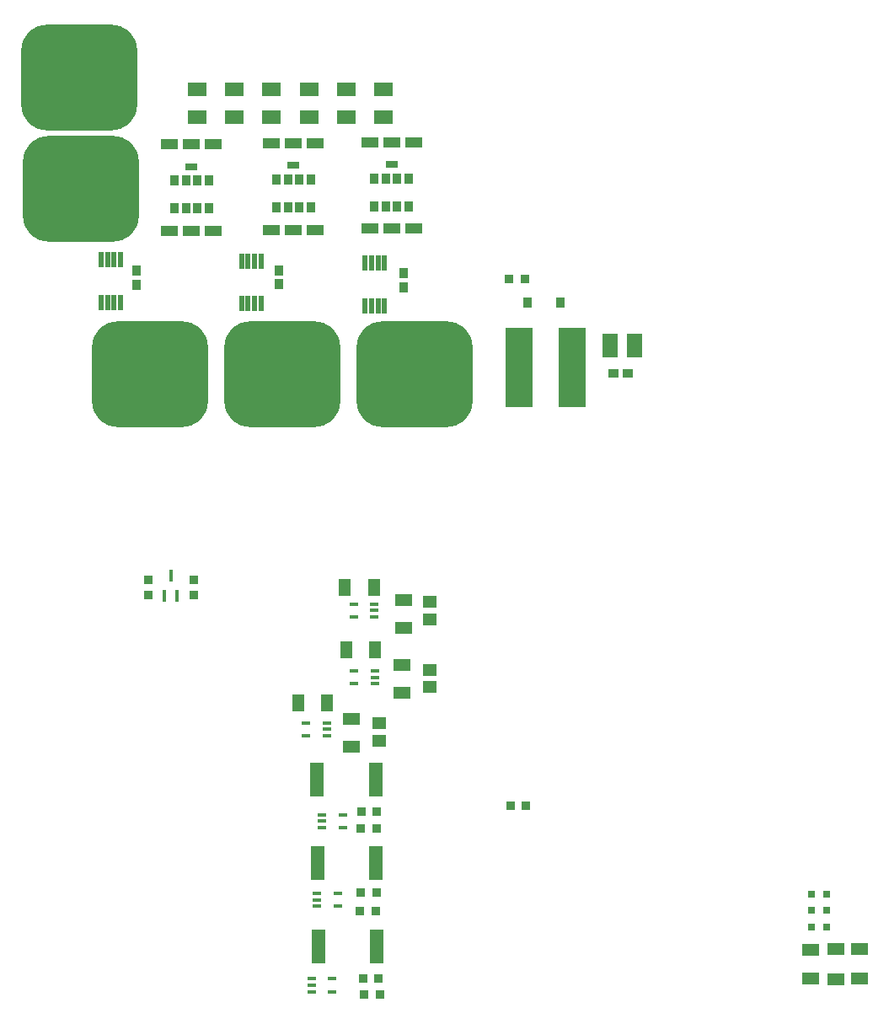
<source format=gbr>
%TF.GenerationSoftware,KiCad,Pcbnew,7.0.8*%
%TF.CreationDate,2023-12-22T14:09:36-07:00*%
%TF.ProjectId,VESC-6-MK5,56455343-2d36-42d4-9d4b-352e6b696361,rev?*%
%TF.SameCoordinates,Original*%
%TF.FileFunction,Paste,Bot*%
%TF.FilePolarity,Positive*%
%FSLAX46Y46*%
G04 Gerber Fmt 4.6, Leading zero omitted, Abs format (unit mm)*
G04 Created by KiCad (PCBNEW 7.0.8) date 2023-12-22 14:09:36*
%MOMM*%
%LPD*%
G01*
G04 APERTURE LIST*
G04 Aperture macros list*
%AMRoundRect*
0 Rectangle with rounded corners*
0 $1 Rounding radius*
0 $2 $3 $4 $5 $6 $7 $8 $9 X,Y pos of 4 corners*
0 Add a 4 corners polygon primitive as box body*
4,1,4,$2,$3,$4,$5,$6,$7,$8,$9,$2,$3,0*
0 Add four circle primitives for the rounded corners*
1,1,$1+$1,$2,$3*
1,1,$1+$1,$4,$5*
1,1,$1+$1,$6,$7*
1,1,$1+$1,$8,$9*
0 Add four rect primitives between the rounded corners*
20,1,$1+$1,$2,$3,$4,$5,0*
20,1,$1+$1,$4,$5,$6,$7,0*
20,1,$1+$1,$6,$7,$8,$9,0*
20,1,$1+$1,$8,$9,$2,$3,0*%
G04 Aperture macros list end*
%ADD10R,1.910000X1.370000*%
%ADD11R,0.812800X1.041400*%
%ADD12R,0.930000X1.010000*%
%ADD13RoundRect,0.030000X0.220000X-0.745000X0.220000X0.745000X-0.220000X0.745000X-0.220000X-0.745000X0*%
%ADD14RoundRect,2.667500X3.157500X2.667500X-3.157500X2.667500X-3.157500X-2.667500X3.157500X-2.667500X0*%
%ADD15R,0.863600X0.965200*%
%ADD16R,1.230000X1.770000*%
%ADD17R,1.470000X1.160000*%
%ADD18R,0.762000X0.711200*%
%ADD19R,1.799996X1.305598*%
%ADD20R,1.770000X1.170000*%
%ADD21R,0.870000X0.930000*%
%ADD22R,1.330000X3.460000*%
%ADD23R,1.770000X1.230000*%
%ADD24R,0.838200X0.304800*%
%ADD25R,1.701800X1.092200*%
%ADD26R,1.295400X0.711200*%
%ADD27R,0.838200X1.092200*%
%ADD28R,1.497552X2.413000*%
%ADD29R,1.010000X0.930000*%
%ADD30R,0.930000X0.870000*%
%ADD31R,0.457200X1.168400*%
%ADD32R,2.705100X8.001000*%
G04 APERTURE END LIST*
D10*
%TO.C,C43*%
X186508718Y-54994000D03*
X186508718Y-57836000D03*
%TD*%
D11*
%TO.C,D4*%
X204701802Y-76422300D03*
X208003802Y-76422300D03*
%TD*%
D12*
%TO.C,C42*%
X192257888Y-74919000D03*
X192257888Y-73501000D03*
%TD*%
D13*
%TO.C,U5*%
X163817888Y-76390000D03*
X163167888Y-76390000D03*
X162517888Y-76390000D03*
X161867888Y-76390000D03*
X161867888Y-72080000D03*
X162517888Y-72080000D03*
X163167888Y-72080000D03*
X163817888Y-72080000D03*
%TD*%
D14*
%TO.C,P10*%
X193365000Y-83585000D03*
%TD*%
D15*
%TO.C,C59*%
X187926024Y-129294800D03*
X189526224Y-129294800D03*
%TD*%
D14*
%TO.C,P12*%
X159675000Y-53785000D03*
%TD*%
D16*
%TO.C,R36*%
X186499214Y-111300000D03*
X189431214Y-111300000D03*
%TD*%
D14*
%TO.C,P11*%
X159835000Y-64995000D03*
%TD*%
D17*
%TO.C,C45*%
X189838214Y-118675000D03*
X189838214Y-120425000D03*
%TD*%
D18*
%TO.C,D3*%
X234797600Y-135846600D03*
X233248200Y-135846600D03*
%TD*%
D19*
%TO.C,C52*%
X192251016Y-106281405D03*
X192251016Y-109087001D03*
%TD*%
D20*
%TO.C,R8*%
X235670000Y-141402000D03*
X235670000Y-144390000D03*
%TD*%
D12*
%TO.C,C35*%
X165437888Y-74649000D03*
X165437888Y-73231000D03*
%TD*%
D17*
%TO.C,C30*%
X194928214Y-113319000D03*
X194928214Y-115069000D03*
%TD*%
D21*
%TO.C,R20*%
X187974024Y-135715000D03*
X189534024Y-135715000D03*
%TD*%
D22*
%TO.C,R19*%
X183603024Y-132762000D03*
X189491024Y-132762000D03*
%TD*%
D15*
%TO.C,C49*%
X188306024Y-145966000D03*
X189906224Y-145966000D03*
%TD*%
D23*
%TO.C,R7*%
X233190000Y-141430000D03*
X233190000Y-144362000D03*
%TD*%
D22*
%TO.C,R17*%
X183713024Y-141114000D03*
X189601024Y-141114000D03*
%TD*%
D24*
%TO.C,U13*%
X184532114Y-118641996D03*
X184532114Y-119291995D03*
X184532114Y-119941994D03*
X182449314Y-119941994D03*
X182449314Y-118641996D03*
%TD*%
D20*
%TO.C,R9*%
X238080000Y-141362000D03*
X238080000Y-144350000D03*
%TD*%
D25*
%TO.C,Q5*%
X193259001Y-60309899D03*
X191059000Y-60309899D03*
X188858999Y-60309899D03*
X193259001Y-69014901D03*
X191059000Y-69014901D03*
X188858999Y-69014901D03*
D26*
X191059000Y-62559899D03*
D27*
X192784000Y-63959899D03*
X191634000Y-63959899D03*
X190484000Y-63959899D03*
X189334000Y-63959899D03*
X192784000Y-66759899D03*
X191634000Y-66759899D03*
X190484000Y-66759899D03*
X189334000Y-66759899D03*
%TD*%
D10*
%TO.C,C40*%
X179023758Y-54994000D03*
X179023758Y-57836000D03*
%TD*%
D18*
%TO.C,D2*%
X234808800Y-137499800D03*
X233259400Y-137499800D03*
%TD*%
%TO.C,D1*%
X234765800Y-139177600D03*
X233216400Y-139177600D03*
%TD*%
D24*
%TO.C,U16*%
X184083124Y-129178004D03*
X184083124Y-128528005D03*
X184083124Y-127878006D03*
X186165924Y-127878006D03*
X186165924Y-129178004D03*
%TD*%
D21*
%TO.C,R18*%
X188214024Y-144305000D03*
X189774024Y-144305000D03*
%TD*%
D25*
%TO.C,Q1*%
X173180201Y-60516499D03*
X170980200Y-60516499D03*
X168780199Y-60516499D03*
X173180201Y-69221501D03*
X170980200Y-69221501D03*
X168780199Y-69221501D03*
D26*
X170980200Y-62766499D03*
D27*
X172705200Y-64166499D03*
X171555200Y-64166499D03*
X170405200Y-64166499D03*
X169255200Y-64166499D03*
X172705200Y-66966499D03*
X171555200Y-66966499D03*
X170405200Y-66966499D03*
X169255200Y-66966499D03*
%TD*%
D24*
%TO.C,U10*%
X189332114Y-106702400D03*
X189332114Y-107352399D03*
X189332114Y-108002398D03*
X187249314Y-108002398D03*
X187249314Y-106702400D03*
%TD*%
D10*
%TO.C,C39*%
X175281278Y-54994000D03*
X175281278Y-57836000D03*
%TD*%
D16*
%TO.C,R37*%
X181659214Y-116620000D03*
X184591214Y-116620000D03*
%TD*%
D19*
%TO.C,C54*%
X187025417Y-118218192D03*
X187025417Y-121023788D03*
%TD*%
D13*
%TO.C,U6*%
X177947888Y-76550000D03*
X177297888Y-76550000D03*
X176647888Y-76550000D03*
X175997888Y-76550000D03*
X175997888Y-72240000D03*
X176647888Y-72240000D03*
X177297888Y-72240000D03*
X177947888Y-72240000D03*
%TD*%
D16*
%TO.C,R35*%
X186339214Y-105010000D03*
X189271214Y-105010000D03*
%TD*%
D21*
%TO.C,R22*%
X188024024Y-127535000D03*
X189584024Y-127535000D03*
%TD*%
D24*
%TO.C,U14*%
X183033124Y-145667600D03*
X183033124Y-145017601D03*
X183033124Y-144367602D03*
X185115924Y-144367602D03*
X185115924Y-145667600D03*
%TD*%
D15*
%TO.C,C28*%
X202867202Y-74056600D03*
X204467402Y-74056600D03*
%TD*%
D28*
%TO.C,C32*%
X212984178Y-80758600D03*
X215499826Y-80758600D03*
%TD*%
D19*
%TO.C,C53*%
X192075417Y-112797796D03*
X192075417Y-115603392D03*
%TD*%
D10*
%TO.C,C41*%
X182766238Y-54994000D03*
X182766238Y-57836000D03*
%TD*%
D15*
%TO.C,C57*%
X187906024Y-137530400D03*
X189506224Y-137530400D03*
%TD*%
D21*
%TO.C,R48*%
X203000000Y-126935000D03*
X204560000Y-126935000D03*
%TD*%
D13*
%TO.C,U7*%
X190347888Y-76740000D03*
X189697888Y-76740000D03*
X189047888Y-76740000D03*
X188397888Y-76740000D03*
X188397888Y-72430000D03*
X189047888Y-72430000D03*
X189697888Y-72430000D03*
X190347888Y-72430000D03*
%TD*%
D24*
%TO.C,U12*%
X189372114Y-113417198D03*
X189372114Y-114067197D03*
X189372114Y-114717196D03*
X187289314Y-114717196D03*
X187289314Y-113417198D03*
%TD*%
D12*
%TO.C,C38*%
X179717888Y-74589000D03*
X179717888Y-73171000D03*
%TD*%
D22*
%TO.C,R21*%
X183593024Y-124360000D03*
X189481024Y-124360000D03*
%TD*%
D29*
%TO.C,C31*%
X213396202Y-83555000D03*
X214814202Y-83555000D03*
%TD*%
D10*
%TO.C,C37*%
X171538798Y-54994000D03*
X171538798Y-57836000D03*
%TD*%
%TO.C,C44*%
X190251202Y-54994000D03*
X190251202Y-57836000D03*
%TD*%
D24*
%TO.C,U15*%
X183563124Y-137062802D03*
X183563124Y-136412803D03*
X183563124Y-135762804D03*
X185645924Y-135762804D03*
X185645924Y-137062802D03*
%TD*%
D30*
%TO.C,R15*%
X171181200Y-105800000D03*
X171181200Y-104240000D03*
%TD*%
D14*
%TO.C,P8*%
X166790000Y-83585000D03*
%TD*%
D31*
%TO.C,Q7*%
X169518099Y-105855600D03*
X168218101Y-105855600D03*
X168868100Y-103874400D03*
%TD*%
D30*
%TO.C,R16*%
X166621200Y-105830000D03*
X166621200Y-104270000D03*
%TD*%
D17*
%TO.C,C29*%
X194869214Y-106488000D03*
X194869214Y-108238000D03*
%TD*%
D25*
%TO.C,Q3*%
X183422601Y-60406499D03*
X181222600Y-60406499D03*
X179022599Y-60406499D03*
X183422601Y-69111501D03*
X181222600Y-69111501D03*
X179022599Y-69111501D03*
D26*
X181222600Y-62656499D03*
D27*
X182947600Y-64056499D03*
X181797600Y-64056499D03*
X180647600Y-64056499D03*
X179497600Y-64056499D03*
X182947600Y-66856499D03*
X181797600Y-66856499D03*
X180647600Y-66856499D03*
X179497600Y-66856499D03*
%TD*%
D14*
%TO.C,P9*%
X180080000Y-83585000D03*
%TD*%
D32*
%TO.C,L2*%
X203917952Y-82914300D03*
X209226552Y-82914300D03*
%TD*%
M02*

</source>
